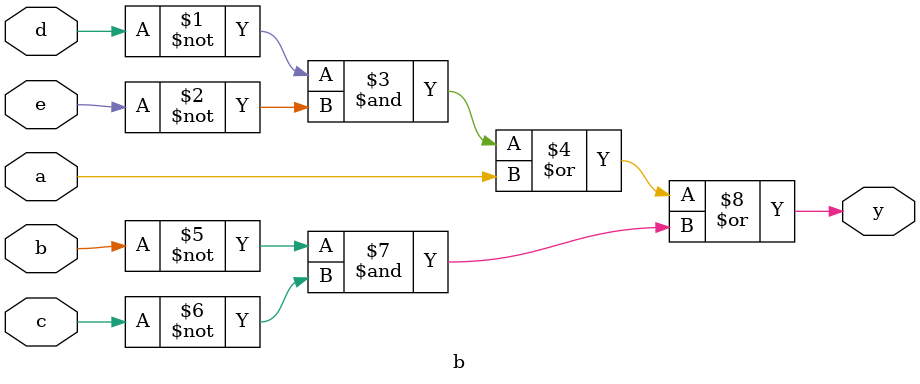
<source format=sv>
`timescale 1ns / 1ps


module b(input logic a, b, c, d, e, output logic y);
assign y = (~d & ~e) | a | (~b & ~c);
endmodule

</source>
